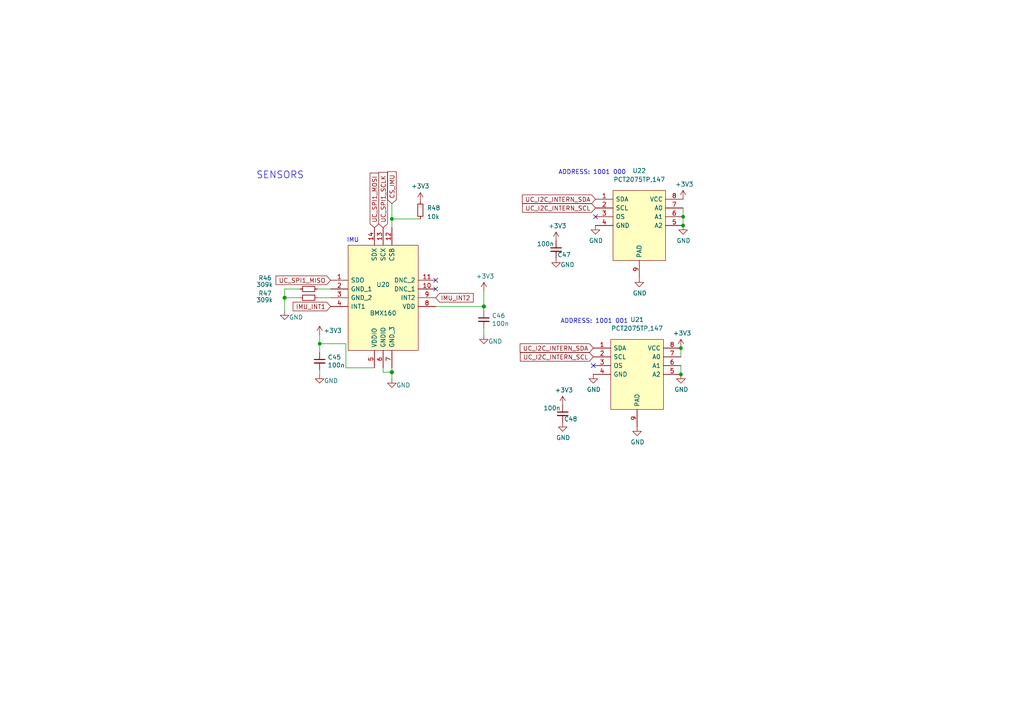
<source format=kicad_sch>
(kicad_sch (version 20231120) (generator "eeschema") (generator_version "8.0")
  (paper "A4")
  (lib_symbols
    (symbol "Device:C_Small" (pin_numbers hide) (pin_names (offset 0.254) hide)
      (property "Reference" "C" (at 0.254 1.778 0))
      (property "Value" "C_Small" (at 0.254 -2.032 0))
      (symbol "C_Small_0_1"
        (polyline (pts (xy -1.524 -0.508) (xy 1.524 -0.508)) (stroke (width 0.3302)))
        (polyline (pts (xy -1.524 0.508) (xy 1.524 0.508)) (stroke (width 0.3048)))
      )
      (symbol "C_Small_1_1"
        (pin passive line (at 0 2.54 270) (length 2.032) (name "~") (number "1"))
        (pin passive line (at 0 -2.54 90) (length 2.032) (name "~") (number "2"))
      )
    )
    (symbol "Device:R_Small" (pin_numbers hide) (pin_names (offset 0.254) hide)
      (property "Reference" "R" (at 0.762 0.508 0))
      (property "Value" "R_Small" (at 0.762 -1.016 0))
      (symbol "R_Small_0_1"
        (rectangle (start -0.762 1.778) (end 0.762 -1.778) (stroke (width 0.2032)))
      )
      (symbol "R_Small_1_1"
        (pin passive line (at 0 2.54 270) (length 0.762) (name "~") (number "1"))
        (pin passive line (at 0 -2.54 90) (length 0.762) (name "~") (number "2"))
      )
    )
    (symbol "PCT2075TP,147_1" (pin_names (offset 0.762))
      (property "Reference" "U2" (at 12.7 8.255 0))
      (property "Value" "PCT2075TP,147_1" (at 12.7 5.715 0))
      (symbol "PCT2075TP,147_1_0_0"
        (pin passive line (at 0 0 0) (length 5.08) (name "SDA") (number "1"))
        (pin passive line (at 0 -2.54 0) (length 5.08) (name "SCL") (number "2"))
        (pin passive line (at 0 -5.08 0) (length 5.08) (name "OS") (number "3"))
        (pin passive line (at 0 -7.62 0) (length 5.08) (name "GND") (number "4"))
        (pin passive line (at 25.4 -7.62 180) (length 5.08) (name "A2") (number "5"))
        (pin passive line (at 25.4 -5.08 180) (length 5.08) (name "A1") (number "6"))
        (pin passive line (at 25.4 -2.54 180) (length 5.08) (name "A0") (number "7"))
        (pin passive line (at 25.4 0 180) (length 5.08) (name "VCC") (number "8"))
        (pin passive line (at 12.7 -22.86 90) (length 5.08) (name "PAD") (number "9"))
      )
      (symbol "PCT2075TP,147_1_0_1"
        (polyline (pts (xy 5.08 2.54) (xy 20.32 2.54) (xy 20.32 -17.78) (xy 5.08 -17.78) (xy 5.08 2.54)) (stroke (width 0.1524)) (fill (type background)))
      )
    )
    (symbol "SamacSys_Parts3:BMX160" (pin_names (offset 0.762))
      (property "Reference" "IC?" (at 15.24 19.685 0))
      (property "Value" "BMX160" (at 15.24 17.145 0))
      (symbol "BMX160_0_0"
        (pin passive line (at 0 0 0) (length 5.08) (name "SDO") (number "1"))
        (pin passive line (at 30.48 -2.54 180) (length 5.08) (name "DNC_1") (number "10"))
        (pin passive line (at 30.48 0 180) (length 5.08) (name "DNC_2") (number "11"))
        (pin passive line (at 17.78 15.24 270) (length 5.08) (name "CSB") (number "12"))
        (pin passive line (at 15.24 15.24 270) (length 5.08) (name "SCX") (number "13"))
        (pin passive line (at 12.7 15.24 270) (length 5.08) (name "SDX") (number "14"))
        (pin passive line (at 0 -2.54 0) (length 5.08) (name "GND_1") (number "2"))
        (pin passive line (at 0 -5.08 0) (length 5.08) (name "GND_2") (number "3"))
        (pin passive line (at 0 -7.62 0) (length 5.08) (name "INT1") (number "4"))
        (pin passive line (at 12.7 -25.4 90) (length 5.08) (name "VDDIO") (number "5"))
        (pin passive line (at 15.24 -25.4 90) (length 5.08) (name "GNDIO") (number "6"))
        (pin passive line (at 17.78 -25.4 90) (length 5.08) (name "GND_3") (number "7"))
        (pin passive line (at 30.48 -7.62 180) (length 5.08) (name "VDD") (number "8"))
        (pin passive line (at 30.48 -5.08 180) (length 5.08) (name "INT2") (number "9"))
      )
      (symbol "BMX160_0_1"
        (polyline (pts (xy 5.08 10.16) (xy 25.4 10.16) (xy 25.4 -20.32) (xy 5.08 -20.32) (xy 5.08 10.16)) (stroke (width 0.1524)) (fill (type background)))
      )
    )
    (symbol "downloaded_parts:PCT2075TP,147" (pin_names (offset 0.762))
      (property "Reference" "U1" (at 12.7 7.62 0))
      (property "Value" "PCT2075TP,147" (at 12.7 5.08 0))
      (symbol "PCT2075TP,147_0_0"
        (pin passive line (at 0 0 0) (length 5.08) (name "SDA") (number "1"))
        (pin passive line (at 0 -2.54 0) (length 5.08) (name "SCL") (number "2"))
        (pin passive line (at 0 -5.08 0) (length 5.08) (name "OS") (number "3"))
        (pin passive line (at 0 -7.62 0) (length 5.08) (name "GND") (number "4"))
        (pin passive line (at 25.4 -7.62 180) (length 5.08) (name "A2") (number "5"))
        (pin passive line (at 25.4 -5.08 180) (length 5.08) (name "A1") (number "6"))
        (pin passive line (at 25.4 -2.54 180) (length 5.08) (name "A0") (number "7"))
        (pin passive line (at 25.4 0 180) (length 5.08) (name "VCC") (number "8"))
        (pin passive line (at 12.7 -22.86 90) (length 5.08) (name "PAD") (number "9"))
      )
      (symbol "PCT2075TP,147_0_1"
        (polyline (pts (xy 5.08 2.54) (xy 20.32 2.54) (xy 20.32 -17.78) (xy 5.08 -17.78) (xy 5.08 2.54)) (stroke (width 0.1524)) (fill (type background)))
      )
    )
    (symbol "power:+3.3V" (power) (pin_names (offset 0))
      (property "Value" "+3.3V" (at 0 3.556 0))
      (symbol "+3.3V_0_1"
        (polyline (pts (xy -0.762 1.27) (xy 0 2.54)))
        (polyline (pts (xy 0 0) (xy 0 2.54)))
        (polyline (pts (xy 0 2.54) (xy 0.762 1.27)))
      )
      (symbol "+3.3V_1_1"
        (pin power_in line (at 0 0 90) (length 0) hide (name "+3V3") (number "1"))
      )
    )
    (symbol "power:+3V3" (power) (pin_names (offset 0))
      (property "Value" "+3V3" (at 0 3.556 0))
      (symbol "+3V3_0_1"
        (polyline (pts (xy -0.762 1.27) (xy 0 2.54)))
        (polyline (pts (xy 0 0) (xy 0 2.54)))
        (polyline (pts (xy 0 2.54) (xy 0.762 1.27)))
      )
      (symbol "+3V3_1_1"
        (pin power_in line (at 0 0 90) (length 0) hide (name "+3V3") (number "1"))
      )
    )
    (symbol "power:GND" (power) (pin_names (offset 0))
      (property "Value" "GND" (at 0 -3.81 0))
      (symbol "GND_0_1"
        (polyline (pts (xy 0 0) (xy 0 -1.27) (xy 1.27 -1.27) (xy 0 -2.54) (xy -1.27 -1.27) (xy 0 -1.27)))
      )
      (symbol "GND_1_1"
        (pin power_in line (at 0 0 270) (length 0) hide (name "GND") (number "1"))
      )
    )
  )
  (junction (at 198.12 62.865))
  (junction (at 113.665 63.5))
  (junction (at 197.485 108.585))
  (junction (at 140.335 88.9) (diameter 1.016))
  (junction (at 113.665 107.95) (diameter 1.016))
  (junction (at 197.485 100.965))
  (junction (at 92.71 99.695) (diameter 0.9144))
  (junction (at 198.12 65.405))
  (junction (at 82.55 86.36) (diameter 1.016))
  (no_connect (at 126.365 83.82))
  (no_connect (at 172.72 62.865))
  (no_connect (at 172.085 106.045))
  (no_connect (at 126.365 81.28))
  (wire (pts (xy 198.12 60.325) (xy 198.12 62.865)))
  (wire (pts (xy 113.665 59.055) (xy 113.665 63.5)))
  (wire (pts (xy 140.335 84.455) (xy 140.335 88.9)))
  (wire (pts (xy 92.71 97.155) (xy 92.71 99.695)))
  (wire (pts (xy 100.33 106.68) (xy 100.33 99.695)))
  (wire (pts (xy 197.485 106.045) (xy 197.485 108.585)))
  (wire (pts (xy 140.335 95.25) (xy 140.335 97.155)))
  (wire (pts (xy 92.71 99.695) (xy 92.71 102.235)))
  (wire (pts (xy 113.665 63.5) (xy 121.92 63.5)))
  (wire (pts (xy 113.665 107.95) (xy 113.665 109.855)))
  (wire (pts (xy 140.335 88.9) (xy 140.335 90.17)))
  (wire (pts (xy 82.55 86.36) (xy 82.55 90.17)))
  (wire (pts (xy 95.885 83.82) (xy 92.075 83.82)))
  (wire (pts (xy 100.33 99.695) (xy 92.71 99.695)))
  (wire (pts (xy 126.365 88.9) (xy 140.335 88.9)))
  (wire (pts (xy 108.585 106.68) (xy 100.33 106.68)))
  (wire (pts (xy 197.485 100.965) (xy 197.485 103.505)))
  (wire (pts (xy 95.885 86.36) (xy 92.075 86.36)))
  (wire (pts (xy 111.125 107.95) (xy 113.665 107.95)))
  (wire (pts (xy 111.125 106.68) (xy 111.125 107.95)))
  (wire (pts (xy 113.665 63.5) (xy 113.665 66.04)))
  (wire (pts (xy 92.71 107.315) (xy 92.71 108.585)))
  (wire (pts (xy 86.995 83.82) (xy 82.55 83.82)))
  (wire (pts (xy 198.12 62.865) (xy 198.12 65.405)))
  (wire (pts (xy 113.665 106.68) (xy 113.665 107.95)))
  (wire (pts (xy 82.55 83.82) (xy 82.55 86.36)))
  (wire (pts (xy 86.995 86.36) (xy 82.55 86.36)))
  (text "SENSORS" (at 74.295 52.07 0) (effects (font (size 2 2)) (justify left bottom)))
  (text "ADDRESS: 1001 001" (at 162.56 93.98 0) (effects (font (size 1.27 1.27)) (justify left bottom)))
  (text "IMU" (at 104.14 70.485 0) (effects (font (size 1.27 1.27)) (justify right bottom)))
  (text "ADDRESS: 1001 000" (at 161.925 50.8 0) (effects (font (size 1.27 1.27)) (justify left bottom)))
  (global_label "CS_IMU" (shape input) (at 113.665 59.055 90) (property "Intersheetrefs" "${INTERSHEET_REFS}" (effects (hide yes))))
  (global_label "IMU_INT2" (shape input) (at 126.365 86.36 0) (property "Intersheetrefs" "${INTERSHEET_REFS}" (effects (hide yes))))
  (global_label "UC_I2C_INTERN_SCL" (shape input) (at 172.085 103.505 180) (property "Intersheetrefs" "${INTERSHEET_REFS}" (effects (hide yes))))
  (global_label "IMU_INT1" (shape input) (at 95.885 88.9 180) (property "Intersheetrefs" "${INTERSHEET_REFS}" (effects (hide yes))))
  (global_label "UC_I2C_INTERN_SDA" (shape input) (at 172.085 100.965 180) (property "Intersheetrefs" "${INTERSHEET_REFS}" (effects (hide yes))))
  (global_label "UC_SPI1_MOSI" (shape input) (at 108.585 66.04 90) (property "Intersheetrefs" "${INTERSHEET_REFS}" (effects (hide yes))))
  (global_label "UC_SPI1_MISO" (shape input) (at 95.885 81.28 180) (property "Intersheetrefs" "${INTERSHEET_REFS}" (effects (hide yes))))
  (global_label "UC_SPI1_SCLK" (shape input) (at 111.125 66.04 90) (property "Intersheetrefs" "${INTERSHEET_REFS}" (effects (hide yes))))
  (global_label "UC_I2C_INTERN_SCL" (shape input) (at 172.72 60.325 180) (property "Intersheetrefs" "${INTERSHEET_REFS}" (effects (hide yes))))
  (global_label "UC_I2C_INTERN_SDA" (shape input) (at 172.72 57.785 180) (property "Intersheetrefs" "${INTERSHEET_REFS}" (effects (hide yes))))
  (symbol (lib_id "power:GND") (at 197.485 108.585 0) (unit 1)
    (property "Reference" "#PWR0147" (effects (hide yes)))
    (property "Value" "GND" (at 197.612 112.9792 0))
  )
  (symbol (lib_id "power:GND") (at 113.665 109.855 0) (unit 1)
    (property "Reference" "#PWR0134" (effects (hide yes)))
    (property "Value" "GND" (at 116.967 111.7092 0))
  )
  (symbol (lib_id "downloaded_parts:PCT2075TP,147") (at 172.72 57.785 0) (unit 1)
    (property "Reference" "U22" (at 185.42 49.53 0))
    (property "Value" "PCT2075TP,147" (at 185.42 52.07 0))
    (property "Footprint" "downloaded_parts:SON50P300X200X80-9N" (effects (hide yes)))
    (property "Datasheet" "http://www.nxp.com/docs/en/data-sheet/PCT2075.pdf" (effects (hide yes)))
    (property "Description" "NXP - PCT2075TP,147 - Temperature Sensor IC, Digital, +/- 2C, -55 C, 125 C, SON, 8 Pins" (effects (hide yes)))
    (property "Height" "0.8" (effects (hide yes)))
    (property "Mouser Part Number" "771-PCT2075TP147" (effects (hide yes)))
    (property "Mouser Price/Stock" "https://www.mouser.co.uk/ProductDetail/NXP-Semiconductors/PCT2075TP147?qs=8kBc1%252BPe71eEyKWf3YBaGA%3D%3D" (effects (hide yes)))
    (property "Manufacturer_Name" "NXP" (effects (hide yes)))
    (property "Manufacturer_Part_Number" "PCT2075TP,147" (effects (hide yes)))
  )
  (symbol (lib_id "power:GND") (at 185.42 80.645 0) (unit 1)
    (property "Reference" "#PWR0145" (effects (hide yes)))
    (property "Value" "GND" (at 185.547 85.0392 0))
  )
  (symbol (lib_id "Device:C_Small") (at 92.71 104.775 0) (unit 1)
    (property "Reference" "C45" (at 95.0342 103.6256 0) (effects (justify left)))
    (property "Value" "100n" (at 95.034 105.924 0) (effects (justify left)))
    (property "Footprint" "Capacitor_SMD:C_0603_1608Metric" (effects (hide yes)))
  )
  (symbol (lib_id "power:GND") (at 82.55 90.17 0) (unit 1)
    (property "Reference" "#PWR0131" (effects (hide yes)))
    (property "Value" "GND" (at 85.852 92.0242 0))
  )
  (symbol (lib_id "power:+3V3") (at 161.29 69.85 0) (unit 1)
    (property "Reference" "#PWR0138" (effects (hide yes)))
    (property "Value" "+3V3" (at 161.6583 65.5256 0))
  )
  (symbol (lib_id "power:GND") (at 198.12 65.405 0) (unit 1)
    (property "Reference" "#PWR0149" (effects (hide yes)))
    (property "Value" "GND" (at 198.247 69.7992 0))
  )
  (symbol (lib_id "power:GND") (at 140.335 97.155 0) (unit 1)
    (property "Reference" "#PWR0137" (effects (hide yes)))
    (property "Value" "GND" (at 143.637 99.0092 0))
  )
  (symbol (lib_id "Device:C_Small") (at 161.29 72.39 0) (unit 1)
    (property "Reference" "C47" (at 161.671 73.9139 0) (effects (justify left)))
    (property "Value" "100n" (at 155.702 70.7389 0) (effects (justify left)))
    (property "Footprint" "Capacitor_SMD:C_0603_1608Metric" (effects (hide yes)))
  )
  (symbol (lib_id "Device:R_Small") (at 121.92 60.96 0) (unit 1)
    (property "Reference" "R48" (at 123.825 60.3249 0) (effects (justify left)))
    (property "Value" "10k" (at 123.825 62.8649 0) (effects (justify left)))
    (property "Footprint" "Resistor_SMD:R_0603_1608Metric" (effects (hide yes)))
  )
  (symbol (lib_id "Device:R_Small") (at 89.535 83.82 270) (unit 1)
    (property "Reference" "R46" (at 74.93 80.645 90) (effects (justify left)))
    (property "Value" "309k" (at 74.295 82.55 90) (effects (justify left)))
    (property "Footprint" "Resistor_SMD:R_0603_1608Metric" (effects (hide yes)))
  )
  (symbol (lib_id "power:GND") (at 163.195 122.555 0) (unit 1)
    (property "Reference" "#PWR0141" (effects (hide yes)))
    (property "Value" "GND" (at 163.322 126.9492 0))
  )
  (symbol (lib_id "power:+3V3") (at 92.71 97.155 0) (unit 1)
    (property "Reference" "#PWR0132" (effects (hide yes)))
    (property "Value" "+3V3" (at 96.52 95.885 0))
  )
  (symbol (lib_id "power:GND") (at 161.29 74.93 0) (unit 1)
    (property "Reference" "#PWR0139" (effects (hide yes)))
    (property "Value" "GND" (at 164.592 76.7842 0))
  )
  (symbol (lib_name "PCT2075TP,147_1") (lib_id "downloaded_parts:PCT2075TP,147") (at 172.085 100.965 0) (unit 1)
    (property "Reference" "U21" (at 184.785 92.71 0))
    (property "Value" "PCT2075TP,147" (at 184.785 95.25 0))
    (property "Footprint" "downloaded_parts:SON50P300X200X80-9N" (effects (hide yes)))
    (property "Datasheet" "http://www.nxp.com/docs/en/data-sheet/PCT2075.pdf" (effects (hide yes)))
    (property "Description" "NXP - PCT2075TP,147 - Temperature Sensor IC, Digital, +/- 2C, -55 C, 125 C, SON, 8 Pins" (effects (hide yes)))
    (property "Height" "0.8" (effects (hide yes)))
    (property "Mouser Part Number" "771-PCT2075TP147" (effects (hide yes)))
    (property "Mouser Price/Stock" "https://www.mouser.co.uk/ProductDetail/NXP-Semiconductors/PCT2075TP147?qs=8kBc1%252BPe71eEyKWf3YBaGA%3D%3D" (effects (hide yes)))
    (property "Manufacturer_Name" "NXP" (effects (hide yes)))
    (property "Manufacturer_Part_Number" "PCT2075TP,147" (effects (hide yes)))
  )
  (symbol (lib_id "power:GND") (at 172.72 65.405 0) (unit 1)
    (property "Reference" "#PWR0143" (effects (hide yes)))
    (property "Value" "GND" (at 172.847 69.7992 0))
  )
  (symbol (lib_id "Device:R_Small") (at 89.535 86.36 270) (unit 1)
    (property "Reference" "R47" (at 74.93 85.09 90) (effects (justify left)))
    (property "Value" "309k" (at 74.295 86.995 90) (effects (justify left)))
    (property "Footprint" "Resistor_SMD:R_0603_1608Metric" (effects (hide yes)))
  )
  (symbol (lib_id "power:GND") (at 92.71 108.585 0) (unit 1)
    (property "Reference" "#PWR0133" (effects (hide yes)))
    (property "Value" "GND" (at 96.012 110.4392 0))
  )
  (symbol (lib_id "Device:C_Small") (at 140.335 92.71 0) (unit 1)
    (property "Reference" "C46" (at 142.6592 91.5606 0) (effects (justify left)))
    (property "Value" "100n" (at 142.659 93.859 0) (effects (justify left)))
    (property "Footprint" "Capacitor_SMD:C_0603_1608Metric" (effects (hide yes)))
  )
  (symbol (lib_id "Device:C_Small") (at 163.195 120.015 0) (unit 1)
    (property "Reference" "C48" (at 163.576 121.5389 0) (effects (justify left)))
    (property "Value" "100n" (at 157.607 118.3639 0) (effects (justify left)))
    (property "Footprint" "Capacitor_SMD:C_0603_1608Metric" (effects (hide yes)))
  )
  (symbol (lib_id "SamacSys_Parts3:BMX160") (at 95.885 81.28 0) (unit 1)
    (property "Reference" "U20" (at 111.125 82.55 0))
    (property "Value" "BMX160" (at 111.125 90.805 0))
    (property "Footprint" "downloaded_parts:PQFN50P300X250X88-14N" (effects (hide yes)))
    (property "Description" "IMUs - Inertial Measurement Units 9-axis (9DOF) Absolute Orientation MEMS Sensor" (effects (hide yes)))
    (property "Height" "0.88" (effects (hide yes)))
    (property "Mouser Part Number" "262-BMX160" (effects (hide yes)))
    (property "Mouser Price/Stock" "https://www.mouser.co.uk/ProductDetail/Bosch-Sensortec/BMX160?qs=w%2Fv1CP2dgqoayZdn49CsrA%3D%3D" (effects (hide yes)))
    (property "Manufacturer_Name" "Bosch Sensortec" (effects (hide yes)))
    (property "Manufacturer_Part_Number" "BMX160" (effects (hide yes)))
  )
  (symbol (lib_id "power:+3.3V") (at 121.92 58.42 0) (unit 1)
    (property "Reference" "#PWR0135" (effects (hide yes)))
    (property "Value" "+3V3" (at 121.92 53.975 0))
  )
  (symbol (lib_id "power:GND") (at 184.785 123.825 0) (unit 1)
    (property "Reference" "#PWR0144" (effects (hide yes)))
    (property "Value" "GND" (at 184.912 128.2192 0))
  )
  (symbol (lib_id "power:+3V3") (at 140.335 84.455 0) (unit 1)
    (property "Reference" "#PWR0136" (effects (hide yes)))
    (property "Value" "+3V3" (at 140.7033 80.1306 0))
  )
  (symbol (lib_id "power:+3V3") (at 163.195 117.475 0) (unit 1)
    (property "Reference" "#PWR0140" (effects (hide yes)))
    (property "Value" "+3V3" (at 163.5633 113.1506 0))
  )
  (symbol (lib_id "power:+3V3") (at 197.485 100.965 0) (unit 1)
    (property "Reference" "#PWR0146" (effects (hide yes)))
    (property "Value" "+3V3" (at 197.8533 96.6406 0))
  )
  (symbol (lib_id "power:GND") (at 172.085 108.585 0) (unit 1)
    (property "Reference" "#PWR0142" (effects (hide yes)))
    (property "Value" "GND" (at 172.212 112.9792 0))
  )
  (symbol (lib_id "power:+3V3") (at 198.12 57.785 0) (unit 1)
    (property "Reference" "#PWR0148" (effects (hide yes)))
    (property "Value" "+3V3" (at 198.4883 53.4606 0))
  )
)
</source>
